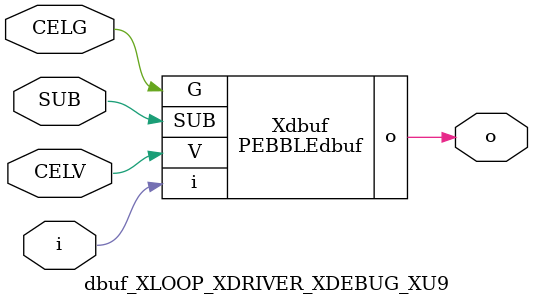
<source format=v>



module PEBBLEdbuf ( o, G, SUB, V, i );

  input V;
  input i;
  input G;
  output o;
  input SUB;
endmodule

//Celera Confidential Do Not Copy dbuf_XLOOP_XDRIVER_XDEBUG_XU9
//Celera Confidential Symbol Generator
//Digital Buffer
module dbuf_XLOOP_XDRIVER_XDEBUG_XU9 (CELV,CELG,i,o,SUB);
input CELV;
input CELG;
input i;
input SUB;
output o;

//Celera Confidential Do Not Copy dbuf
PEBBLEdbuf Xdbuf(
.V (CELV),
.i (i),
.o (o),
.SUB (SUB),
.G (CELG)
);
//,diesize,PEBBLEdbuf

//Celera Confidential Do Not Copy Module End
//Celera Schematic Generator
endmodule

</source>
